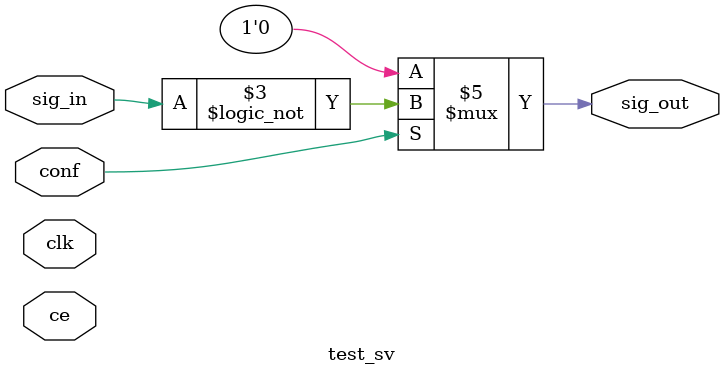
<source format=sv>
module test_sv (
    input clk, ce, 
    input sig_in,
    input conf,
    output logic sig_out
);

always_comb begin
    if (conf==1) begin
        sig_out <= !sig_in;
    end
    else begin
        sig_out <= 0;
    end
end

// assign sig_out = sig_in;

endmodule
</source>
